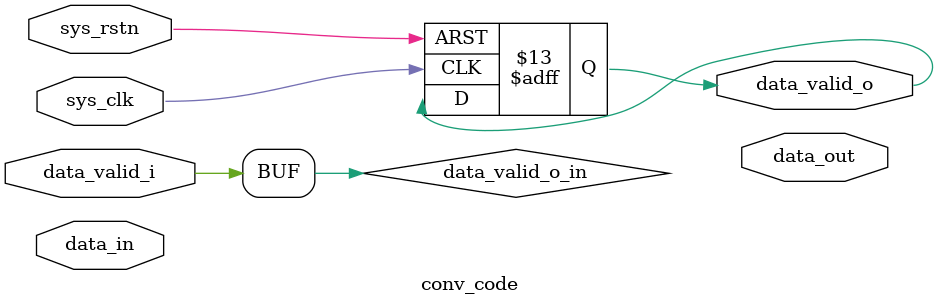
<source format=v>

module conv_code(
input			sys_clk,
input			sys_rstn,

input			data_in,
input			data_valid_i,

output	reg [1:0]	data_out,
output	reg		data_valid_o
);

//**************************************
//
// Internal Defination
//
//**************************************
reg [5:0] shift_reg;
wire [5:0] shift_reg_in = (data_valid_i) ? {shift_reg[4:0], data_in} : shift_reg;//cyculatory left shift

assign data_valid_o_in = data_valid_i;
assign data_out_in = (data_valid_i) ? {shift_reg[5] + shift_reg[2] + shift_reg[1] + shift_reg[0] + data_in, shift_reg[5] + shift_reg[4] + shift_reg[2] + shift_reg[1] + data_in} : data_out;

//**************************************
//
// register 
//
//**************************************
always @(posedge sys_clk or negedge sys_rstn)
if(!sys_rstn)
begin
	shift_reg <= #1 6'd0;
	data_valid_o <= #1 6'd0;
end
else
begin
	shift_reg <= #1 shift_reg_in;
end




endmodule
//*********************************************
//
// END Of Module
//
//*********************************************

</source>
